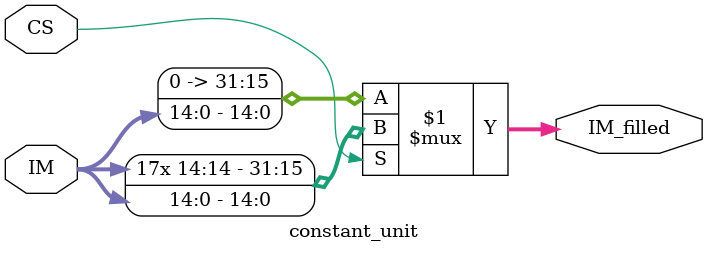
<source format=v>
`timescale 1ns / 1ps


module constant_unit(
    input CS,
    input [14:0] IM,
    output [31:0] IM_filled
    );

    // assign IM_filled = {32{CS}} & { {17{IM[14]}} ,IM} //sign ext
    //                     |
    //                    {32{~CS}} & { 17'd0 ,IM}; //zero fill
    assign IM_filled = CS ? { {17{IM[14]}} , IM } :
                            {    17'b0     , IM }; //if CS, sign ext; else, zero fill
endmodule

</source>
